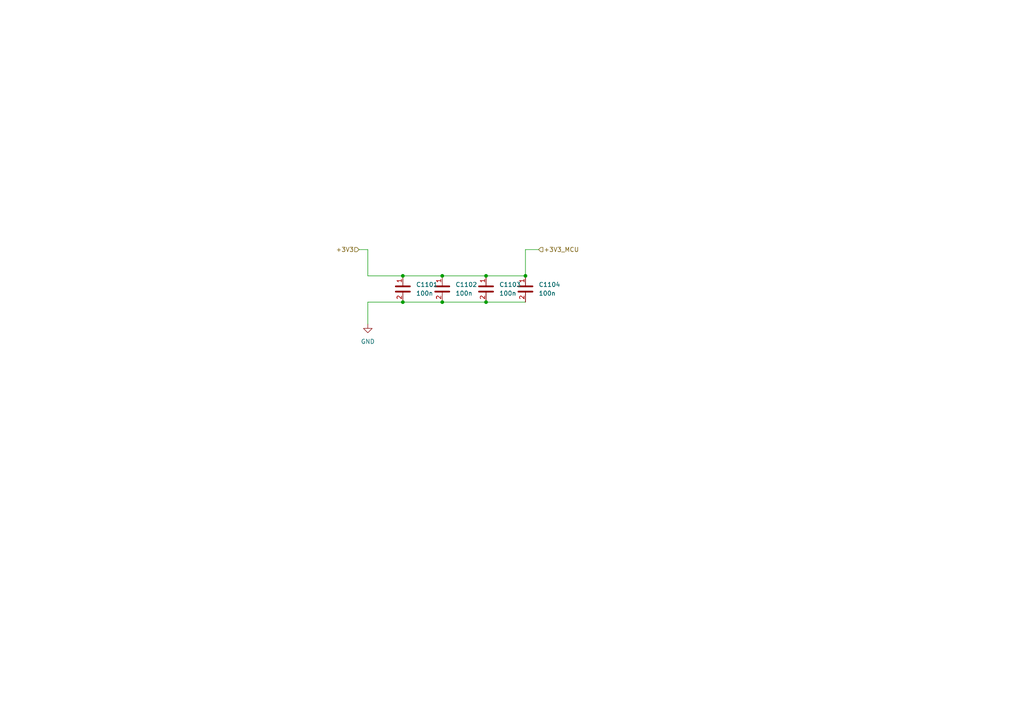
<source format=kicad_sch>
(kicad_sch (version 20250114) (generator "eeschema") (generator_version "9.0")
  (paper "A4")
  (lib_symbols
    (symbol "bfr_capacitors:06035C104KAT2A"
      (property "Reference" "C" (at 0 2.54 0))
      (property "Value" "100n" (at 1.27 2.54 0))
      (symbol "06035C104KAT2A_0_1"
        (polyline (pts (xy -2.032 0.762) (xy 2.032 0.762)) (stroke (width 0.508)))
        (polyline (pts (xy -2.032 -0.762) (xy 2.032 -0.762)) (stroke (width 0.508)))
      )
      (symbol "06035C104KAT2A_1_1"
        (pin passive line (at 0 3.81 270) (length 2.794) (name "~") (number "1"))
        (pin passive line (at 0 -3.81 90) (length 2.794) (name "~") (number "2"))
      )
    )
    (symbol "power:GND" (power) (pin_numbers (hide yes)) (pin_names (offset 0) (hide yes))
      (property "Value" "GND" (at 0 -3.81 0))
      (symbol "GND_0_1"
        (polyline (pts (xy 0 0) (xy 0 -1.27) (xy 1.27 -1.27) (xy 0 -2.54) (xy -1.27 -1.27) (xy 0 -1.27)))
      )
      (symbol "GND_1_1"
        (pin power_in line (at 0 0 270) (length 0) (name "~") (number "1"))
      )
    )
  )
  (junction (at 128.27 80.01))
  (junction (at 152.4 80.01))
  (junction (at 116.84 80.01))
  (junction (at 128.27 87.63))
  (junction (at 140.97 87.63))
  (junction (at 116.84 87.63))
  (junction (at 140.97 80.01))
  (wire (pts (xy 152.4 80.01) (xy 140.97 80.01)))
  (wire (pts (xy 128.27 80.01) (xy 116.84 80.01)))
  (wire (pts (xy 140.97 87.63) (xy 152.4 87.63)))
  (wire (pts (xy 106.68 87.63) (xy 106.68 93.98)))
  (wire (pts (xy 106.68 87.63) (xy 116.84 87.63)))
  (wire (pts (xy 104.14 72.39) (xy 106.68 72.39)))
  (wire (pts (xy 116.84 87.63) (xy 128.27 87.63)))
  (wire (pts (xy 106.68 80.01) (xy 106.68 72.39)))
  (wire (pts (xy 128.27 87.63) (xy 140.97 87.63)))
  (wire (pts (xy 140.97 80.01) (xy 128.27 80.01)))
  (wire (pts (xy 152.4 72.39) (xy 156.21 72.39)))
  (wire (pts (xy 152.4 72.39) (xy 152.4 80.01)))
  (wire (pts (xy 116.84 80.01) (xy 106.68 80.01)))
  (hierarchical_label "+3V3_MCU" (shape input) (at 156.21 72.39 0))
  (hierarchical_label "+3V3" (shape input) (at 104.14 72.39 180))
  (symbol (lib_id "bfr_capacitors:06035C104KAT2A") (at 116.84 83.82 0) (unit 1)
    (property "Reference" "C1101" (at 120.65 82.5499 0) (effects (justify left)))
    (property "Value" "100n" (at 120.65 85.0899 0) (effects (justify left)))
    (property "Footprint" "Capacitor_SMD:C_0603_1608Metric_Pad1.08x0.95mm_HandSolder" (effects (hide yes)))
    (property "Description" "100nF±10% X7R 16V JLCPCB Basic 0603 Capacitor" (effects (hide yes)))
    (property "Sim.Device" "SUBCKT" (effects (hide yes)))
    (property "Sim.Pins" "1=P1 2=P2" (effects (hide yes)))
    (property "Sim.Library" "${BFRUH_DIR}/Electronics/spice_models/bfr_capacitors/06035C104KAT2A.lib" (effects (hide yes)))
    (property "Sim.Name" "06035C104KAT2A" (effects (hide yes)))
    (property "Pretty Name" "100nF 16V 0603 Capacitor" (effects (hide yes)))
    (property "Order From" "LCSC" (effects (hide yes)))
    (property "Digikey P/N" "478-KGM15BR71H104KTCT-ND" (effects (hide yes)))
    (property "Mouser P/N" "581-06035C104KAT2A" (effects (hide yes)))
    (property "LCSC P/N" "C14663" (effects (hide yes)))
    (property "JLCPCB Basic Part" "Yes" (effects (hide yes)))
    (property "Created by" "capacitor_generator.py script using capacitor_bible_spec.txt" (effects (hide yes)))
    (instances (project "DU UC V1 - Minnow" (path "" (reference "C1101") (unit 1))) (project "STM32F446 breakout V1 - Garibaldi" (path "" (reference "C34") (unit 1))))
  )
  (symbol (lib_id "power:GND") (at 106.68 93.98 0) (unit 1)
    (property "Reference" "#PWR01101" (effects (hide yes)))
    (property "Value" "GND" (at 106.68 99.06 0))
    (property "Description" "Power symbol creates a global label with name \"GND\" , ground" (effects (hide yes)))
    (instances (project "DU UC V1 - Minnow" (path "" (reference "#PWR01101") (unit 1))) (project "" (path "" (reference "#PWR037") (unit 1))))
  )
  (symbol (lib_id "bfr_capacitors:06035C104KAT2A") (at 140.97 83.82 0) (unit 1)
    (property "Reference" "C1103" (at 144.78 82.5499 0) (effects (justify left)))
    (property "Value" "100n" (at 144.78 85.0899 0) (effects (justify left)))
    (property "Footprint" "Capacitor_SMD:C_0603_1608Metric_Pad1.08x0.95mm_HandSolder" (effects (hide yes)))
    (property "Description" "100nF±10% X7R 16V JLCPCB Basic 0603 Capacitor" (effects (hide yes)))
    (property "Sim.Device" "SUBCKT" (effects (hide yes)))
    (property "Sim.Pins" "1=P1 2=P2" (effects (hide yes)))
    (property "Sim.Library" "${BFRUH_DIR}/Electronics/spice_models/bfr_capacitors/06035C104KAT2A.lib" (effects (hide yes)))
    (property "Sim.Name" "06035C104KAT2A" (effects (hide yes)))
    (property "Pretty Name" "100nF 16V 0603 Capacitor" (effects (hide yes)))
    (property "Order From" "LCSC" (effects (hide yes)))
    (property "Digikey P/N" "478-KGM15BR71H104KTCT-ND" (effects (hide yes)))
    (property "Mouser P/N" "581-06035C104KAT2A" (effects (hide yes)))
    (property "LCSC P/N" "C14663" (effects (hide yes)))
    (property "JLCPCB Basic Part" "Yes" (effects (hide yes)))
    (property "Created by" "capacitor_generator.py script using capacitor_bible_spec.txt" (effects (hide yes)))
    (instances (project "DU UC V1 - Minnow" (path "" (reference "C1103") (unit 1))) (project "STM32F446 breakout V1 - Garibaldi" (path "" (reference "C36") (unit 1))))
  )
  (symbol (lib_id "bfr_capacitors:06035C104KAT2A") (at 128.27 83.82 0) (unit 1)
    (property "Reference" "C1102" (at 132.08 82.5499 0) (effects (justify left)))
    (property "Value" "100n" (at 132.08 85.0899 0) (effects (justify left)))
    (property "Footprint" "Capacitor_SMD:C_0603_1608Metric_Pad1.08x0.95mm_HandSolder" (effects (hide yes)))
    (property "Description" "100nF±10% X7R 16V JLCPCB Basic 0603 Capacitor" (effects (hide yes)))
    (property "Sim.Device" "SUBCKT" (effects (hide yes)))
    (property "Sim.Pins" "1=P1 2=P2" (effects (hide yes)))
    (property "Sim.Library" "${BFRUH_DIR}/Electronics/spice_models/bfr_capacitors/06035C104KAT2A.lib" (effects (hide yes)))
    (property "Sim.Name" "06035C104KAT2A" (effects (hide yes)))
    (property "Pretty Name" "100nF 16V 0603 Capacitor" (effects (hide yes)))
    (property "Order From" "LCSC" (effects (hide yes)))
    (property "Digikey P/N" "478-KGM15BR71H104KTCT-ND" (effects (hide yes)))
    (property "Mouser P/N" "581-06035C104KAT2A" (effects (hide yes)))
    (property "LCSC P/N" "C14663" (effects (hide yes)))
    (property "JLCPCB Basic Part" "Yes" (effects (hide yes)))
    (property "Created by" "capacitor_generator.py script using capacitor_bible_spec.txt" (effects (hide yes)))
    (instances (project "DU UC V1 - Minnow" (path "" (reference "C1102") (unit 1))) (project "STM32F446 breakout V1 - Garibaldi" (path "" (reference "C35") (unit 1))))
  )
  (symbol (lib_id "bfr_capacitors:06035C104KAT2A") (at 152.4 83.82 0) (unit 1)
    (property "Reference" "C1104" (at 156.21 82.5499 0) (effects (justify left)))
    (property "Value" "100n" (at 156.21 85.0899 0) (effects (justify left)))
    (property "Footprint" "Capacitor_SMD:C_0603_1608Metric_Pad1.08x0.95mm_HandSolder" (effects (hide yes)))
    (property "Description" "100nF±10% X7R 16V JLCPCB Basic 0603 Capacitor" (effects (hide yes)))
    (property "Sim.Device" "SUBCKT" (effects (hide yes)))
    (property "Sim.Pins" "1=P1 2=P2" (effects (hide yes)))
    (property "Sim.Library" "${BFRUH_DIR}/Electronics/spice_models/bfr_capacitors/06035C104KAT2A.lib" (effects (hide yes)))
    (property "Sim.Name" "06035C104KAT2A" (effects (hide yes)))
    (property "Pretty Name" "100nF 16V 0603 Capacitor" (effects (hide yes)))
    (property "Order From" "LCSC" (effects (hide yes)))
    (property "Digikey P/N" "478-KGM15BR71H104KTCT-ND" (effects (hide yes)))
    (property "Mouser P/N" "581-06035C104KAT2A" (effects (hide yes)))
    (property "LCSC P/N" "C14663" (effects (hide yes)))
    (property "JLCPCB Basic Part" "Yes" (effects (hide yes)))
    (property "Created by" "capacitor_generator.py script using capacitor_bible_spec.txt" (effects (hide yes)))
    (instances (project "DU UC V1 - Minnow" (path "" (reference "C1104") (unit 1))) (project "STM32F446 breakout V1 - Garibaldi" (path "" (reference "C37") (unit 1))))
  )
)
</source>
